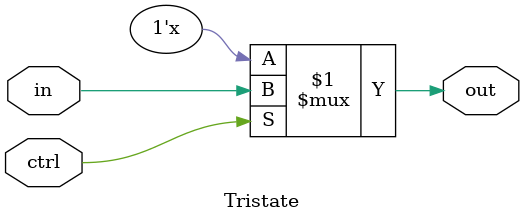
<source format=v>

/* CTRL --> 1 FOR OUT = IN
	    0 FOR OUT = Z */
module Tristate  (ctrl, in, out);
	input in;
	input ctrl;
	output out;

assign out = (ctrl) ? in : 1'bz;

endmodule
		  
</source>
